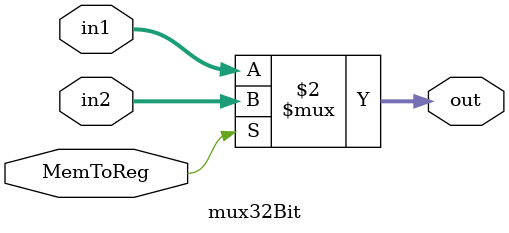
<source format=v>
module mux32Bit#(
    parameter WIDTH = 32  // Instruction width (32 bits)
)(
    input [WIDTH-1:0] in1,       // First 32-bit input
    input [WIDTH-1:0] in2,       // Second 32-bit input
    input MemToReg,         // Multiplexer control signal
    output [WIDTH-1:0] out       // 32-bit output
);

// Assign the output based on the value of MemToReg
// If MemToReg is 1, out is assigned in1
// If MemToReg is 0, out is assigned in2
assign out = (!MemToReg) ? in1 : in2;

endmodule

</source>
